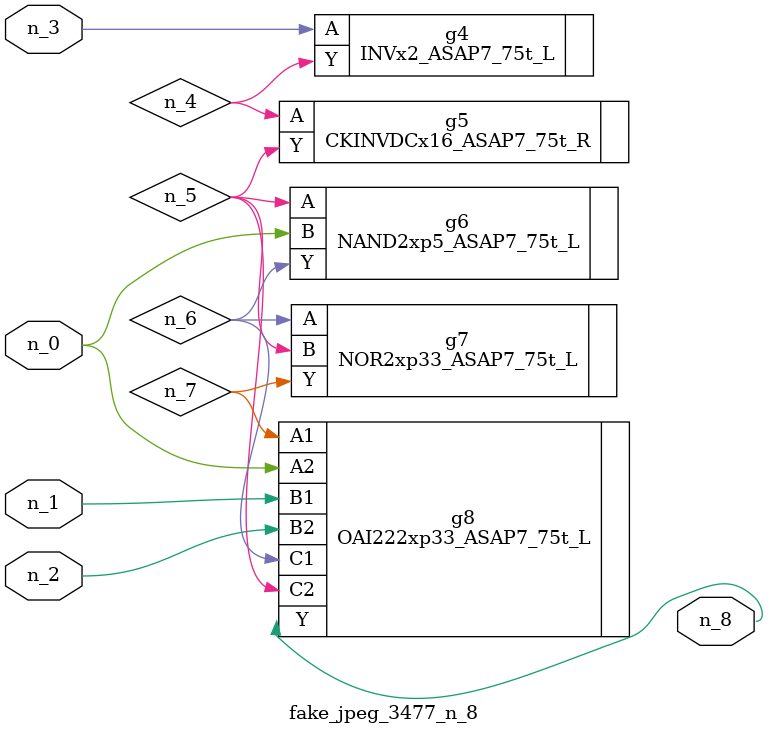
<source format=v>
module fake_jpeg_3477_n_8 (n_0, n_3, n_2, n_1, n_8);

input n_0;
input n_3;
input n_2;
input n_1;

output n_8;

wire n_4;
wire n_6;
wire n_5;
wire n_7;

INVx2_ASAP7_75t_L g4 ( 
.A(n_3),
.Y(n_4)
);

CKINVDCx16_ASAP7_75t_R g5 ( 
.A(n_4),
.Y(n_5)
);

NAND2xp5_ASAP7_75t_L g6 ( 
.A(n_5),
.B(n_0),
.Y(n_6)
);

NOR2xp33_ASAP7_75t_L g7 ( 
.A(n_6),
.B(n_5),
.Y(n_7)
);

OAI222xp33_ASAP7_75t_L g8 ( 
.A1(n_7),
.A2(n_0),
.B1(n_1),
.B2(n_2),
.C1(n_6),
.C2(n_5),
.Y(n_8)
);


endmodule
</source>
